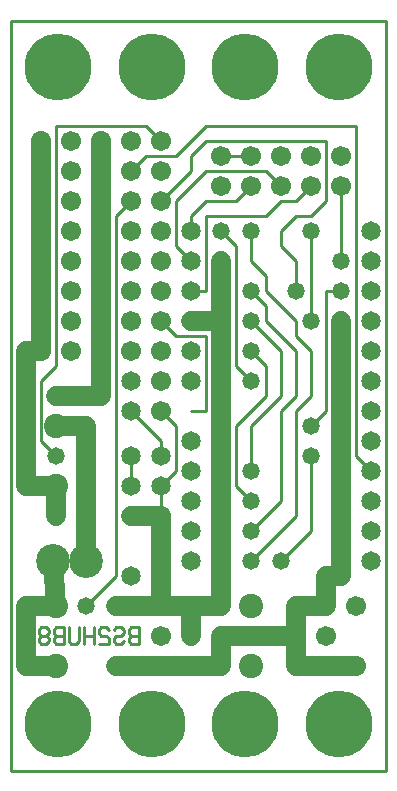
<source format=gbl>
%MOIN*%
%FSLAX25Y25*%
G04 D10 used for Character Trace; *
G04     Circle (OD=.01000) (No hole)*
G04 D11 used for Power Trace; *
G04     Circle (OD=.06700) (No hole)*
G04 D12 used for Signal Trace; *
G04     Circle (OD=.01100) (No hole)*
G04 D13 used for Via; *
G04     Circle (OD=.05800) (Round. Hole ID=.02800)*
G04 D14 used for Component hole; *
G04     Circle (OD=.06500) (Round. Hole ID=.03500)*
G04 D15 used for Component hole; *
G04     Circle (OD=.06700) (Round. Hole ID=.04300)*
G04 D16 used for Component hole; *
G04     Circle (OD=.08100) (Round. Hole ID=.05100)*
G04 D17 used for Component hole; *
G04     Circle (OD=.08900) (Round. Hole ID=.05900)*
G04 D18 used for Component hole; *
G04     Circle (OD=.11300) (Round. Hole ID=.08300)*
G04 D19 used for Component hole; *
G04     Circle (OD=.16000) (Round. Hole ID=.13000)*
G04 D20 used for Component hole; *
G04     Circle (OD=.18300) (Round. Hole ID=.15300)*
G04 D21 used for Component hole; *
G04     Circle (OD=.22291) (Round. Hole ID=.19291)*
%ADD10C,.01000*%
%ADD11C,.06700*%
%ADD12C,.01100*%
%ADD13C,.05800*%
%ADD14C,.06500*%
%ADD15C,.06700*%
%ADD16C,.08100*%
%ADD17C,.08900*%
%ADD18C,.11300*%
%ADD19C,.16000*%
%ADD20C,.18300*%
%ADD21C,.22291*%
%IPPOS*%
%LPD*%
G90*X0Y0D02*D21*X15625Y15625D03*D14*              
X35000Y35000D03*D11*X70000D01*Y45000D01*X95000D01*
Y35000D01*X115000D01*D15*D03*X105000Y45000D03*D11*
X95000D02*Y55000D01*X105000D01*Y65000D01*         
X110000D01*Y95000D01*D13*D03*D11*Y150000D01*D13*  
D03*D14*X120000Y140000D03*Y160000D03*D12*         
X100000Y125000D02*Y140000D01*X95000Y120000D02*    
X100000Y125000D01*X95000Y85000D02*Y120000D01*     
X80000Y70000D02*X95000Y85000D01*D13*              
X80000Y70000D03*X90000D03*D12*X100000Y80000D01*   
Y105000D01*D13*D03*Y115000D03*D12*                
X105000Y120000D01*Y160000D01*X110000D01*D13*D03*  
D14*X120000Y150000D03*Y170000D03*D13*             
X100000Y150000D03*D12*Y180000D01*D13*D03*D12*     
X90000D02*X95000Y185000D01*X90000Y175000D02*      
Y180000D01*X95000Y170000D02*X90000Y175000D01*     
X95000Y160000D02*Y170000D01*D13*Y160000D03*D12*   
Y140000D02*X85000Y150000D01*X95000Y125000D02*     
Y140000D01*X90000Y120000D02*X95000Y125000D01*     
X90000Y90000D02*Y120000D01*X80000Y80000D02*       
X90000Y90000D01*D13*X80000Y80000D03*Y90000D03*D12*
X75000Y95000D01*Y115000D01*X85000Y125000D01*      
Y135000D01*X80000Y140000D01*D13*D03*D12*          
Y130000D02*X75000Y135000D01*D13*X80000Y130000D03* 
D12*X75000Y135000D02*Y175000D01*X70000Y180000D01* 
D13*D03*D12*X65000Y160000D02*Y185000D01*          
X60000Y160000D02*X65000D01*D14*X60000D03*D11*     
X70000Y55000D02*Y150000D01*X60000Y55000D02*       
X70000D01*X60000Y45000D02*Y55000D01*D13*Y45000D03*
D11*X35000Y55000D02*X50000D01*D14*X35000D03*      
X40000Y65000D03*D12*X25000Y55000D02*              
X35000Y65000D01*D13*X25000Y55000D03*D12*          
X35000Y65000D02*Y185000D01*X40000Y190000D01*D15*  
D03*X50000Y180000D03*Y200000D03*X30000D03*D11*    
Y190000D01*D15*D03*D11*Y180000D01*D15*D03*D11*    
Y170000D01*D15*D03*D11*Y160000D01*D15*D03*D11*    
Y150000D01*D15*D03*D11*Y140000D01*D15*D03*D11*    
Y125000D01*X15000D01*D13*D03*D12*X10000Y110000D02*
Y130000D01*X15000Y105000D02*X10000Y110000D01*D13* 
X15000Y105000D03*D11*X25000Y70000D02*Y115000D01*  
D18*Y70000D03*X14000D03*D11*X15000Y55000D01*D16*  
D03*D11*X5000D01*Y35000D01*X15000D01*D16*D03*D10* 
X42511Y42129D02*Y47871D01*X40000D01*              
X39163Y46914D01*Y45957D01*X40000Y45000D01*        
X39163Y44043D01*Y43086D01*X40000Y42129D01*        
X42511D01*Y45000D02*X40000D01*X34163Y46914D02*    
X35000Y47871D01*X36674D01*X37511Y46914D01*        
Y45957D01*X36674Y45000D01*X35000D01*              
X34163Y44043D01*Y43086D01*X35000Y42129D01*        
X36674D01*X37511Y43086D01*X32511Y46914D02*        
X31674Y47871D01*X30000D01*X29163Y46914D01*        
Y45957D01*X30000Y45000D01*X31674D01*              
X32511Y44043D01*Y42129D01*X29163D01*X27511D02*    
Y47871D01*X24163Y42129D02*Y47871D01*              
X27511Y45000D02*X24163D01*X19163Y47871D02*        
Y43086D01*X20000Y42129D01*X21674D01*              
X22511Y43086D01*Y47871D01*X17511Y42129D02*        
Y47871D01*X15000D01*X14163Y46914D01*Y45957D01*    
X15000Y45000D01*X14163Y44043D01*Y43086D01*        
X15000Y42129D01*X17511D01*Y45000D02*X15000D01*    
X11674D02*X12511Y45957D01*Y46914D01*              
X11674Y47871D01*X10000D01*X9163Y46914D01*         
Y45957D01*X10000Y45000D01*X11674D01*              
X12511Y44043D01*Y43086D01*X11674Y42129D01*        
X10000D01*X9163Y43086D01*Y44043D01*               
X10000Y45000D01*D21*X46875Y15625D03*D12*X0Y0D02*  
X125000D01*Y250000D01*X0D01*Y0D01*D15*            
X50000Y45000D03*D11*Y55000D02*X60000D01*X50000D02*
Y85000D01*D15*D03*D11*X40000D01*D14*D03*          
X50000Y95000D03*D12*Y85000D01*D14*X40000Y95000D03*
D12*Y105000D01*D14*D03*D12*X50000Y95000D02*       
X55000Y100000D01*Y115000D01*X50000Y120000D01*D15* 
D03*D14*X60000Y110000D03*Y130000D03*X40000D03*D12*
X60000Y120000D02*X65000D01*Y145000D01*X55000D01*  
X50000Y150000D01*D15*D03*D14*X60000Y140000D03*D15*
X40000Y160000D03*Y140000D03*D14*X60000Y150000D03* 
D11*X70000D01*Y170000D01*D13*D03*X80000Y160000D03*
D12*X85000Y155000D01*Y150000D01*D13*X80000D03*D12*
X90000Y140000D01*Y125000D01*X80000Y115000D01*     
Y100000D01*D13*D03*D14*X60000Y80000D03*Y100000D03*
Y90000D03*D15*X50000Y130000D03*D14*               
X60000Y70000D03*D12*X50000Y105000D02*Y110000D01*  
D14*Y105000D03*D12*Y110000D02*X40000Y120000D01*   
D14*D03*D11*X15000Y115000D02*X25000D01*D16*       
X15000D03*D12*X10000Y130000D02*X15000Y135000D01*  
Y215000D01*X45000D01*X50000Y210000D01*D15*D03*D12*
X45000Y205000D02*X55000D01*X40000Y200000D02*      
X45000Y205000D01*D15*X40000Y200000D03*            
X50000Y190000D03*D12*X60000Y200000D01*Y205000D01* 
X65000Y210000D01*X105000D01*Y190000D01*           
X100000Y185000D01*X95000D01*X85000D02*            
X90000Y190000D01*X65000Y185000D02*X85000D01*D14*  
X60000Y180000D03*D12*Y185000D01*X65000Y190000D01* 
X75000D01*X80000Y195000D01*D15*D03*D12*X90000D02* 
X85000Y200000D01*D15*X90000Y195000D03*D12*        
Y190000D02*X95000D01*X100000Y195000D01*D15*D03*   
X110000Y205000D03*X90000D03*X110000Y195000D03*D12*
Y170000D01*D13*D03*D14*X120000Y180000D03*D12*     
X95000Y145000D02*Y150000D01*X100000Y140000D02*    
X95000Y145000D01*Y150000D02*X85000Y160000D01*     
Y165000D01*X80000Y170000D01*Y180000D01*D13*D03*   
D15*X70000Y195000D03*D12*X65000Y200000D02*        
X85000D01*X55000Y190000D02*X65000Y200000D01*      
X55000Y175000D02*Y190000D01*X60000Y170000D02*     
X55000Y175000D01*D14*X60000Y170000D03*D15*        
X50000Y160000D03*Y170000D03*X40000Y150000D03*     
Y180000D03*Y170000D03*D11*X30000Y200000D02*       
Y210000D01*D15*D03*X20000Y200000D03*              
X40000Y210000D03*X20000D03*X10000Y190000D03*D11*  
Y180000D01*D15*D03*D11*Y170000D01*D15*D03*D11*    
Y160000D01*D15*D03*D11*Y150000D01*D15*D03*D11*    
Y140000D01*D15*D03*D11*X5000D01*Y95000D01*        
X15000D01*D16*D03*D11*Y85000D01*D13*D03*D15*      
X50000Y140000D03*X20000D03*D16*X80000Y35000D03*   
Y55000D03*D15*X20000Y150000D03*D21*               
X78125Y15625D03*D15*X20000Y160000D03*Y170000D03*  
D21*X109375Y15625D03*D15*X20000Y180000D03*        
X115000Y55000D03*D12*X120000Y100000D02*           
X115000Y105000D01*D14*X120000Y100000D03*D12*      
X115000Y105000D02*Y215000D01*X65000D01*           
X55000Y205000D01*D15*X70000D03*D12*X80000D01*D15* 
D03*X100000D03*D21*X109375Y234375D03*X78125D03*   
X46875D03*D15*X20000Y190000D03*D21*               
X15625Y234375D03*D15*X10000Y210000D03*D11*        
Y200000D01*D15*D03*D11*Y190000D01*D14*            
X120000Y80000D03*Y90000D03*Y110000D03*Y120000D03* 
Y130000D03*Y70000D03*M02*                         

</source>
